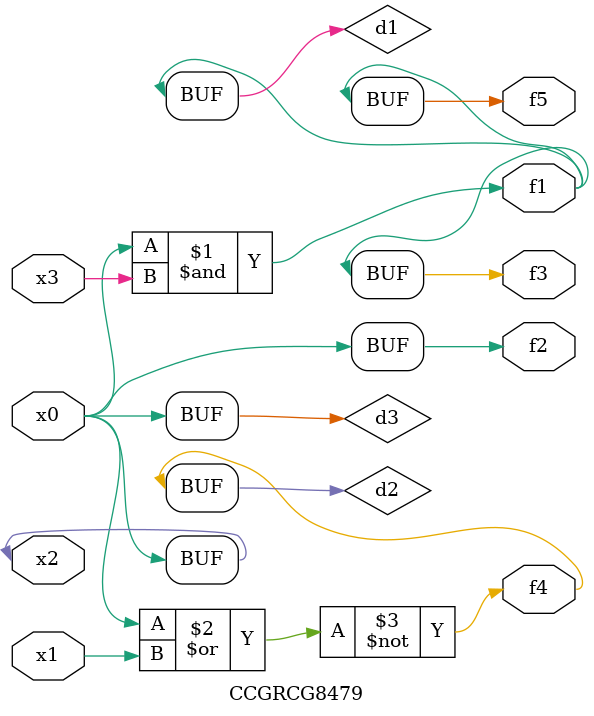
<source format=v>
module CCGRCG8479(
	input x0, x1, x2, x3,
	output f1, f2, f3, f4, f5
);

	wire d1, d2, d3;

	and (d1, x2, x3);
	nor (d2, x0, x1);
	buf (d3, x0, x2);
	assign f1 = d1;
	assign f2 = d3;
	assign f3 = d1;
	assign f4 = d2;
	assign f5 = d1;
endmodule

</source>
